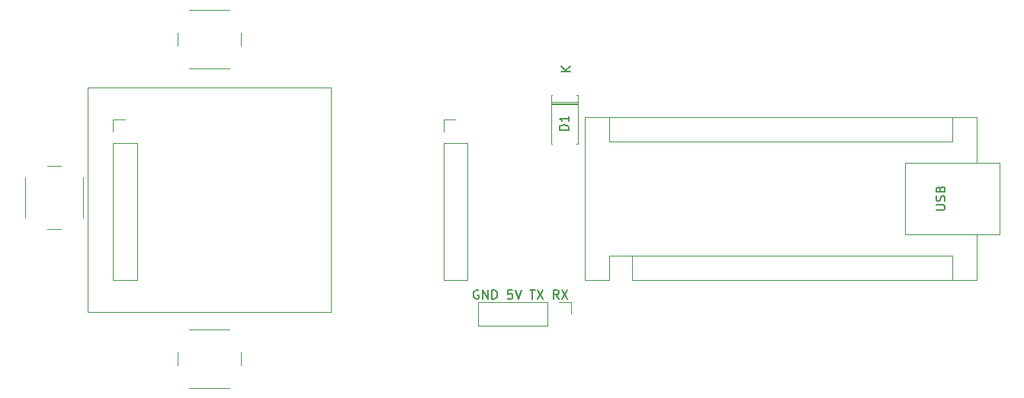
<source format=gbr>
%TF.GenerationSoftware,KiCad,Pcbnew,(6.0.9-0)*%
%TF.CreationDate,2023-03-02T18:02:04+01:00*%
%TF.ProjectId,FilamentSpoolScale,46696c61-6d65-46e7-9453-706f6f6c5363,rev?*%
%TF.SameCoordinates,Original*%
%TF.FileFunction,Legend,Top*%
%TF.FilePolarity,Positive*%
%FSLAX46Y46*%
G04 Gerber Fmt 4.6, Leading zero omitted, Abs format (unit mm)*
G04 Created by KiCad (PCBNEW (6.0.9-0)) date 2023-03-02 18:02:04*
%MOMM*%
%LPD*%
G01*
G04 APERTURE LIST*
%ADD10C,0.150000*%
%ADD11C,0.120000*%
G04 APERTURE END LIST*
D10*
X76657142Y-57600000D02*
X76561904Y-57552380D01*
X76419047Y-57552380D01*
X76276190Y-57600000D01*
X76180952Y-57695238D01*
X76133333Y-57790476D01*
X76085714Y-57980952D01*
X76085714Y-58123809D01*
X76133333Y-58314285D01*
X76180952Y-58409523D01*
X76276190Y-58504761D01*
X76419047Y-58552380D01*
X76514285Y-58552380D01*
X76657142Y-58504761D01*
X76704761Y-58457142D01*
X76704761Y-58123809D01*
X76514285Y-58123809D01*
X77133333Y-58552380D02*
X77133333Y-57552380D01*
X77704761Y-58552380D01*
X77704761Y-57552380D01*
X78180952Y-58552380D02*
X78180952Y-57552380D01*
X78419047Y-57552380D01*
X78561904Y-57600000D01*
X78657142Y-57695238D01*
X78704761Y-57790476D01*
X78752380Y-57980952D01*
X78752380Y-58123809D01*
X78704761Y-58314285D01*
X78657142Y-58409523D01*
X78561904Y-58504761D01*
X78419047Y-58552380D01*
X78180952Y-58552380D01*
X80419047Y-57552380D02*
X79942857Y-57552380D01*
X79895238Y-58028571D01*
X79942857Y-57980952D01*
X80038095Y-57933333D01*
X80276190Y-57933333D01*
X80371428Y-57980952D01*
X80419047Y-58028571D01*
X80466666Y-58123809D01*
X80466666Y-58361904D01*
X80419047Y-58457142D01*
X80371428Y-58504761D01*
X80276190Y-58552380D01*
X80038095Y-58552380D01*
X79942857Y-58504761D01*
X79895238Y-58457142D01*
X80752380Y-57552380D02*
X81085714Y-58552380D01*
X81419047Y-57552380D01*
X82371428Y-57552380D02*
X82942857Y-57552380D01*
X82657142Y-58552380D02*
X82657142Y-57552380D01*
X83180952Y-57552380D02*
X83847619Y-58552380D01*
X83847619Y-57552380D02*
X83180952Y-58552380D01*
X85561904Y-58552380D02*
X85228571Y-58076190D01*
X84990476Y-58552380D02*
X84990476Y-57552380D01*
X85371428Y-57552380D01*
X85466666Y-57600000D01*
X85514285Y-57647619D01*
X85561904Y-57742857D01*
X85561904Y-57885714D01*
X85514285Y-57980952D01*
X85466666Y-58028571D01*
X85371428Y-58076190D01*
X84990476Y-58076190D01*
X85895238Y-57552380D02*
X86561904Y-58552380D01*
X86561904Y-57552380D02*
X85895238Y-58552380D01*
%TO.C,A1*%
X127462380Y-48641904D02*
X128271904Y-48641904D01*
X128367142Y-48594285D01*
X128414761Y-48546666D01*
X128462380Y-48451428D01*
X128462380Y-48260952D01*
X128414761Y-48165714D01*
X128367142Y-48118095D01*
X128271904Y-48070476D01*
X127462380Y-48070476D01*
X128414761Y-47641904D02*
X128462380Y-47499047D01*
X128462380Y-47260952D01*
X128414761Y-47165714D01*
X128367142Y-47118095D01*
X128271904Y-47070476D01*
X128176666Y-47070476D01*
X128081428Y-47118095D01*
X128033809Y-47165714D01*
X127986190Y-47260952D01*
X127938571Y-47451428D01*
X127890952Y-47546666D01*
X127843333Y-47594285D01*
X127748095Y-47641904D01*
X127652857Y-47641904D01*
X127557619Y-47594285D01*
X127510000Y-47546666D01*
X127462380Y-47451428D01*
X127462380Y-47213333D01*
X127510000Y-47070476D01*
X127938571Y-46308571D02*
X127986190Y-46165714D01*
X128033809Y-46118095D01*
X128129047Y-46070476D01*
X128271904Y-46070476D01*
X128367142Y-46118095D01*
X128414761Y-46165714D01*
X128462380Y-46260952D01*
X128462380Y-46641904D01*
X127462380Y-46641904D01*
X127462380Y-46308571D01*
X127510000Y-46213333D01*
X127557619Y-46165714D01*
X127652857Y-46118095D01*
X127748095Y-46118095D01*
X127843333Y-46165714D01*
X127890952Y-46213333D01*
X127938571Y-46308571D01*
X127938571Y-46641904D01*
%TO.C,D1*%
X86652380Y-39738095D02*
X85652380Y-39738095D01*
X85652380Y-39500000D01*
X85700000Y-39357142D01*
X85795238Y-39261904D01*
X85890476Y-39214285D01*
X86080952Y-39166666D01*
X86223809Y-39166666D01*
X86414285Y-39214285D01*
X86509523Y-39261904D01*
X86604761Y-39357142D01*
X86652380Y-39500000D01*
X86652380Y-39738095D01*
X86652380Y-38214285D02*
X86652380Y-38785714D01*
X86652380Y-38500000D02*
X85652380Y-38500000D01*
X85795238Y-38595238D01*
X85890476Y-38690476D01*
X85938095Y-38785714D01*
X86852380Y-33261904D02*
X85852380Y-33261904D01*
X86852380Y-32690476D02*
X86280952Y-33119047D01*
X85852380Y-32690476D02*
X86423809Y-33261904D01*
D11*
%TO.C,J5*%
X72770000Y-39900000D02*
X72770000Y-38570000D01*
X72770000Y-41170000D02*
X75430000Y-41170000D01*
X72770000Y-56470000D02*
X75430000Y-56470000D01*
X75430000Y-41170000D02*
X75430000Y-56470000D01*
X72770000Y-41170000D02*
X72770000Y-56470000D01*
X72770000Y-38570000D02*
X74100000Y-38570000D01*
%TO.C,A1*%
X124070000Y-43440000D02*
X134490000Y-43440000D01*
X129280000Y-53730000D02*
X129280000Y-56400000D01*
X124070000Y-51320000D02*
X124070000Y-43440000D01*
X91180000Y-41030000D02*
X129280000Y-41030000D01*
X88510000Y-56400000D02*
X91180000Y-56400000D01*
X134490000Y-43440000D02*
X134490000Y-51320000D01*
X93720000Y-53730000D02*
X129280000Y-53730000D01*
X93720000Y-56400000D02*
X131950000Y-56400000D01*
X131950000Y-38360000D02*
X131950000Y-43440000D01*
X134490000Y-51320000D02*
X124070000Y-51320000D01*
X88510000Y-38360000D02*
X88510000Y-56400000D01*
X93720000Y-53730000D02*
X91180000Y-53730000D01*
X131950000Y-56400000D02*
X131950000Y-51320000D01*
X91180000Y-53730000D02*
X91180000Y-56400000D01*
X131950000Y-38360000D02*
X88510000Y-38360000D01*
X129280000Y-41030000D02*
X129280000Y-38360000D01*
X91180000Y-41030000D02*
X91180000Y-38360000D01*
X93720000Y-53730000D02*
X93720000Y-56400000D01*
%TO.C,SW3*%
X50250000Y-30400000D02*
X50250000Y-28900000D01*
X43250000Y-28900000D02*
X43250000Y-30400000D01*
X44500000Y-32900000D02*
X49000000Y-32900000D01*
X49000000Y-26400000D02*
X44500000Y-26400000D01*
%TO.C,J6*%
X36070000Y-41170000D02*
X36070000Y-56470000D01*
X36070000Y-41170000D02*
X38730000Y-41170000D01*
X36070000Y-56470000D02*
X38730000Y-56470000D01*
X36070000Y-39900000D02*
X36070000Y-38570000D01*
X38730000Y-41170000D02*
X38730000Y-56470000D01*
X36070000Y-38570000D02*
X37400000Y-38570000D01*
%TO.C,D1*%
X87670000Y-35880000D02*
X87670000Y-41320000D01*
X87670000Y-36660000D02*
X84730000Y-36660000D01*
X87540000Y-35880000D02*
X87670000Y-35880000D01*
X87670000Y-36900000D02*
X84730000Y-36900000D01*
X84730000Y-41320000D02*
X84860000Y-41320000D01*
X87670000Y-36780000D02*
X84730000Y-36780000D01*
X87670000Y-41320000D02*
X87540000Y-41320000D01*
X84860000Y-35880000D02*
X84730000Y-35880000D01*
X84730000Y-35880000D02*
X84730000Y-41320000D01*
%TO.C,SW1*%
X49000000Y-61950000D02*
X44500000Y-61950000D01*
X43250000Y-64450000D02*
X43250000Y-65950000D01*
X44500000Y-68450000D02*
X49000000Y-68450000D01*
X50250000Y-65950000D02*
X50250000Y-64450000D01*
%TO.C,J1*%
X60300000Y-35000000D02*
X33300000Y-35000000D01*
X33300000Y-35000000D02*
X33300000Y-60000000D01*
X33300000Y-60000000D02*
X60300000Y-60000000D01*
X60300000Y-60000000D02*
X60300000Y-35000000D01*
%TO.C,J4*%
X85600000Y-58870000D02*
X86930000Y-58870000D01*
X86930000Y-58870000D02*
X86930000Y-60200000D01*
X84330000Y-58870000D02*
X84330000Y-61530000D01*
X76650000Y-58870000D02*
X76650000Y-61530000D01*
X84330000Y-61530000D02*
X76650000Y-61530000D01*
X84330000Y-58870000D02*
X76650000Y-58870000D01*
%TO.C,SW2*%
X32800000Y-49500000D02*
X32800000Y-45000000D01*
X28800000Y-50750000D02*
X30300000Y-50750000D01*
X30300000Y-43750000D02*
X28800000Y-43750000D01*
X26300000Y-45000000D02*
X26300000Y-49500000D01*
%TD*%
M02*

</source>
